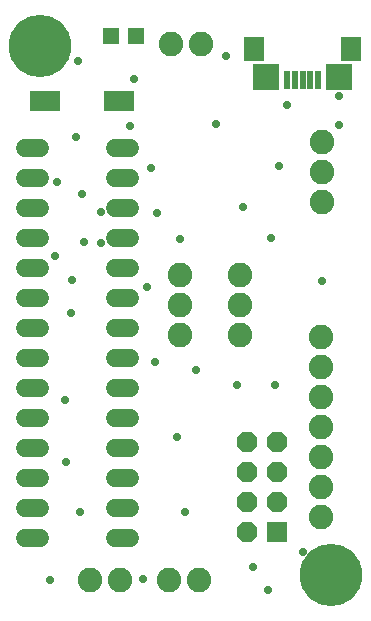
<source format=gts>
G75*
%MOIN*%
%OFA0B0*%
%FSLAX24Y24*%
%IPPOS*%
%LPD*%
%AMOC8*
5,1,8,0,0,1.08239X$1,22.5*
%
%ADD10C,0.0820*%
%ADD11R,0.0907X0.0867*%
%ADD12R,0.0710X0.0828*%
%ADD13R,0.0237X0.0611*%
%ADD14R,0.0552X0.0552*%
%ADD15R,0.0680X0.0680*%
%ADD16OC8,0.0680*%
%ADD17C,0.0600*%
%ADD18R,0.0986X0.0710*%
%ADD19C,0.0290*%
%ADD20C,0.2080*%
D10*
X007180Y007580D03*
X008180Y007580D03*
X009830Y007580D03*
X010830Y007580D03*
X014894Y009680D03*
X014894Y010680D03*
X014894Y011680D03*
X014894Y012680D03*
X014894Y013680D03*
X014894Y014680D03*
X014894Y015680D03*
X012180Y015730D03*
X012180Y016730D03*
X012180Y017730D03*
X010180Y017730D03*
X010180Y016730D03*
X010180Y015730D03*
X014930Y020180D03*
X014930Y021180D03*
X014930Y022180D03*
X010880Y025430D03*
X009880Y025430D03*
D11*
X013060Y024355D03*
X015500Y024355D03*
D12*
X015894Y025280D03*
X012666Y025280D03*
D13*
X013768Y024227D03*
X014024Y024227D03*
X014280Y024227D03*
X014536Y024227D03*
X014792Y024227D03*
D14*
X008718Y025705D03*
X007892Y025705D03*
D15*
X013430Y009180D03*
D16*
X013430Y010180D03*
X013430Y011180D03*
X013430Y012180D03*
X012430Y012180D03*
X012430Y011180D03*
X012430Y010180D03*
X012430Y009180D03*
D17*
X008540Y008980D02*
X008020Y008980D01*
X008020Y009980D02*
X008540Y009980D01*
X008540Y010980D02*
X008020Y010980D01*
X008020Y011980D02*
X008540Y011980D01*
X008540Y012980D02*
X008020Y012980D01*
X008020Y013980D02*
X008540Y013980D01*
X008540Y014980D02*
X008020Y014980D01*
X008020Y015980D02*
X008540Y015980D01*
X008540Y016980D02*
X008020Y016980D01*
X008020Y017980D02*
X008540Y017980D01*
X008540Y018980D02*
X008020Y018980D01*
X008020Y019980D02*
X008540Y019980D01*
X008540Y020980D02*
X008020Y020980D01*
X008020Y021980D02*
X008540Y021980D01*
X005540Y021980D02*
X005020Y021980D01*
X005020Y020980D02*
X005540Y020980D01*
X005540Y019980D02*
X005020Y019980D01*
X005020Y018980D02*
X005540Y018980D01*
X005540Y017980D02*
X005020Y017980D01*
X005020Y016980D02*
X005540Y016980D01*
X005540Y015980D02*
X005020Y015980D01*
X005020Y014980D02*
X005540Y014980D01*
X005540Y013980D02*
X005020Y013980D01*
X005020Y012980D02*
X005540Y012980D01*
X005540Y011980D02*
X005020Y011980D01*
X005020Y010980D02*
X005540Y010980D01*
X005540Y009980D02*
X005020Y009980D01*
X005020Y008980D02*
X005540Y008980D01*
D18*
X005690Y023530D03*
X008170Y023530D03*
D19*
X005859Y007586D03*
X006859Y009836D03*
X006404Y011498D03*
X006359Y013586D03*
X006560Y016486D03*
X006609Y017586D03*
X006020Y018380D03*
X006994Y018835D03*
X007546Y018818D03*
X007563Y019846D03*
X006930Y020430D03*
X006109Y020836D03*
X006744Y022335D03*
X008178Y023530D03*
X008511Y022711D03*
X008649Y024274D03*
X008718Y025705D03*
X006800Y024879D03*
X009236Y021294D03*
X009441Y019796D03*
X010188Y018940D03*
X009109Y017336D03*
X009359Y014836D03*
X010725Y014571D03*
X012109Y014086D03*
X013359Y014086D03*
X014939Y017534D03*
X013215Y018961D03*
X012308Y020014D03*
X013486Y021358D03*
X013768Y023418D03*
X015489Y023718D03*
X015485Y022755D03*
X011743Y025029D03*
X011399Y022774D03*
X010109Y012336D03*
X010359Y009836D03*
X008953Y007615D03*
X012625Y007991D03*
X013125Y007241D03*
X014304Y008496D03*
D20*
X015228Y007741D03*
X005529Y025385D03*
M02*

</source>
